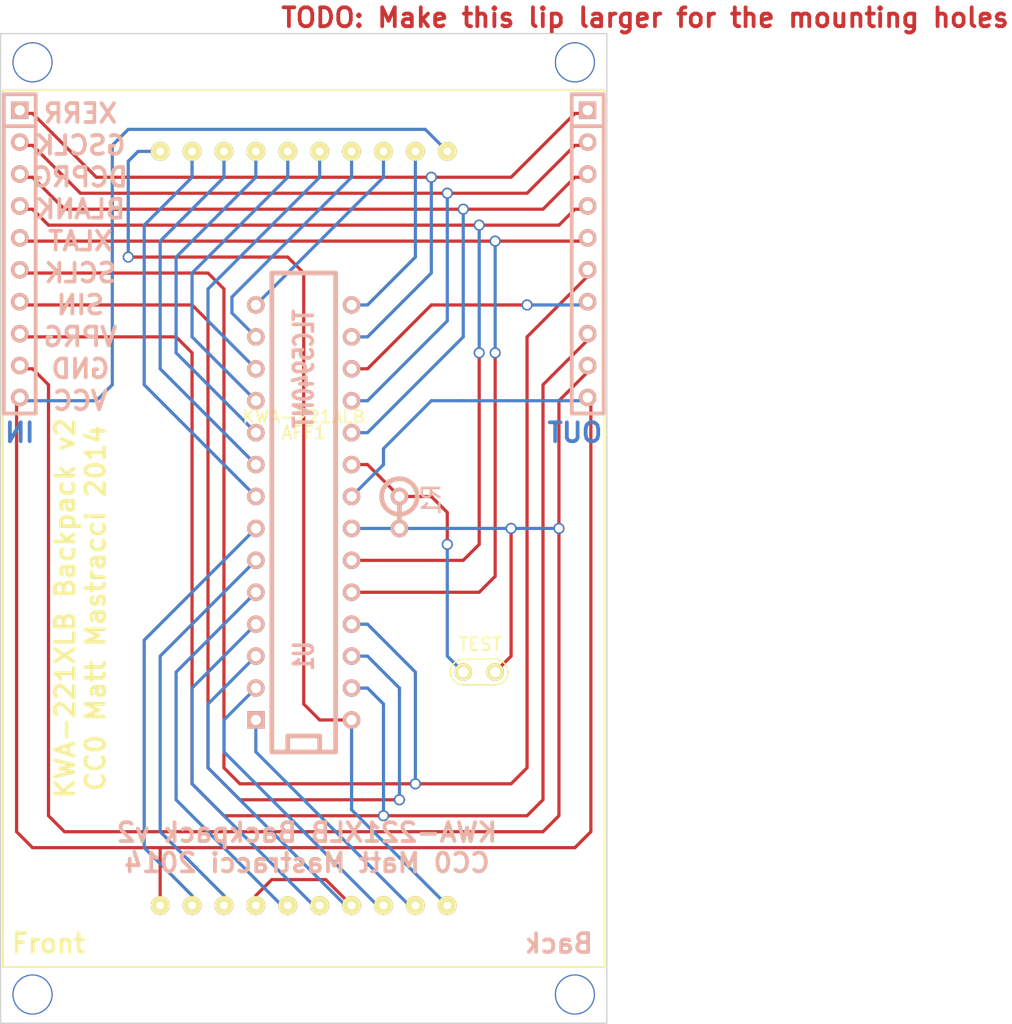
<source format=kicad_pcb>

(kicad_pcb
  (version 3)
  (host pcbnew "(2013-07-07 BZR 4022)-stable")
  (general
    (links 44)
    (no_connects 0)
    (area 39.352858 34.239999 101.357712 113.080001)
    (thickness 1.6)
    (drawings 25)
    (tracks 206)
    (zones 0)
    (modules 10)
    (nets 29))
  (page A3)
  (layers
    (15 F.Cu signal)
    (0 B.Cu signal)
    (16 B.Adhes user)
    (17 F.Adhes user)
    (18 B.Paste user)
    (19 F.Paste user)
    (20 B.SilkS user)
    (21 F.SilkS user)
    (22 B.Mask user)
    (23 F.Mask user)
    (24 Dwgs.User user)
    (25 Cmts.User user)
    (26 Eco1.User user)
    (27 Eco2.User user)
    (28 Edge.Cuts user))
  (setup
    (last_trace_width 0.254)
    (trace_clearance 0.254)
    (zone_clearance 0.508)
    (zone_45_only no)
    (trace_min 0.254)
    (segment_width 0.2)
    (edge_width 0.1)
    (via_size 0.889)
    (via_drill 0.635)
    (via_min_size 0.889)
    (via_min_drill 0.508)
    (uvia_size 0.508)
    (uvia_drill 0.127)
    (uvias_allowed no)
    (uvia_min_size 0.508)
    (uvia_min_drill 0.127)
    (pcb_text_width 0.3)
    (pcb_text_size 1.5 1.5)
    (mod_edge_width 0.15)
    (mod_text_size 1 1)
    (mod_text_width 0.15)
    (pad_size 3.2 3.2)
    (pad_drill 3)
    (pad_to_mask_clearance 0)
    (aux_axis_origin 41.91 29.21)
    (visible_elements 7FFFFFFF)
    (pcbplotparams
      (layerselection 284196865)
      (usegerberextensions true)
      (excludeedgelayer true)
      (linewidth 0.15)
      (plotframeref false)
      (viasonmask false)
      (mode 1)
      (useauxorigin false)
      (hpglpennumber 1)
      (hpglpenspeed 20)
      (hpglpendiameter 15)
      (hpglpenoverlay 2)
      (psnegative false)
      (psa4output false)
      (plotreference false)
      (plotvalue false)
      (plotothertext false)
      (plotinvisibletext false)
      (padsonsilk false)
      (subtractmaskfromsilk false)
      (outputformat 1)
      (mirror false)
      (drillshape 0)
      (scaleselection 1)
      (outputdirectory gerber)))
  (net 0 "")
  (net 1 /BLANK)
  (net 2 /D0)
  (net 3 /D1)
  (net 4 /D10)
  (net 5 /D11)
  (net 6 /D12)
  (net 7 /D13)
  (net 8 /D14)
  (net 9 /D15)
  (net 10 /D2)
  (net 11 /D3)
  (net 12 /D4)
  (net 13 /D5)
  (net 14 /D6)
  (net 15 /D7)
  (net 16 /D8)
  (net 17 /D9)
  (net 18 /DCPRG)
  (net 19 /GSCLK)
  (net 20 /SCLK)
  (net 21 /SIN)
  (net 22 /SOUT)
  (net 23 /VPRG)
  (net 24 /XERR)
  (net 25 /XLAT)
  (net 26 GND)
  (net 27 IREF)
  (net 28 VCC)
  (net_class Default "This is the default net class."
    (clearance 0.254)
    (trace_width 0.254)
    (via_dia 0.889)
    (via_drill 0.635)
    (uvia_dia 0.508)
    (uvia_drill 0.127)
    (add_net "")
    (add_net /BLANK)
    (add_net /D0)
    (add_net /D1)
    (add_net /D10)
    (add_net /D11)
    (add_net /D12)
    (add_net /D13)
    (add_net /D14)
    (add_net /D15)
    (add_net /D2)
    (add_net /D3)
    (add_net /D4)
    (add_net /D5)
    (add_net /D6)
    (add_net /D7)
    (add_net /D8)
    (add_net /D9)
    (add_net /DCPRG)
    (add_net /GSCLK)
    (add_net /SCLK)
    (add_net /SIN)
    (add_net /SOUT)
    (add_net /VPRG)
    (add_net /XERR)
    (add_net /XLAT)
    (add_net GND)
    (add_net IREF)
    (add_net VCC))
  (module DIP-28__300
    (layer B.Cu)
    (tedit 540E6AA7)
    (tstamp 540F1411)
    (at 72.39 72.39 90)
    (descr "28 pins DIL package, round pads, width 300mil")
    (tags DIL)
    (path /540E7CC6)
    (fp_text reference U1
      (at -11.43 0 90)
      (layer B.SilkS)
      (effects
        (font
          (size 1.524 1.143)
          (thickness 0.3048))
        (justify mirror)))
    (fp_text value TLC5940NT
      (at 11.43 0 90)
      (layer B.SilkS)
      (effects
        (font
          (size 1.524 1.143)
          (thickness 0.3048))
        (justify mirror)))
    (fp_line
      (start -19.05 2.54)
      (end 19.05 2.54)
      (layer B.SilkS)
      (width 0.381))
    (fp_line
      (start 19.05 2.54)
      (end 19.05 -2.54)
      (layer B.SilkS)
      (width 0.381))
    (fp_line
      (start 19.05 -2.54)
      (end -19.05 -2.54)
      (layer B.SilkS)
      (width 0.381))
    (fp_line
      (start -19.05 -2.54)
      (end -19.05 2.54)
      (layer B.SilkS)
      (width 0.381))
    (fp_line
      (start -19.05 1.27)
      (end -17.78 1.27)
      (layer B.SilkS)
      (width 0.381))
    (fp_line
      (start -17.78 1.27)
      (end -17.78 -1.27)
      (layer B.SilkS)
      (width 0.381))
    (fp_line
      (start -17.78 -1.27)
      (end -19.05 -1.27)
      (layer B.SilkS)
      (width 0.381))
    (pad 2 thru_hole circle
      (at -13.97 -3.81 90)
      (size 1.397 1.397)
      (drill 0.8128)
      (layers *.Cu *.Mask B.SilkS)
      (net 10 /D2))
    (pad 3 thru_hole circle
      (at -11.43 -3.81 90)
      (size 1.397 1.397)
      (drill 0.8128)
      (layers *.Cu *.Mask B.SilkS)
      (net 11 /D3))
    (pad 4 thru_hole circle
      (at -8.89 -3.81 90)
      (size 1.397 1.397)
      (drill 0.8128)
      (layers *.Cu *.Mask B.SilkS)
      (net 12 /D4))
    (pad 5 thru_hole circle
      (at -6.35 -3.81 90)
      (size 1.397 1.397)
      (drill 0.8128)
      (layers *.Cu *.Mask B.SilkS)
      (net 13 /D5))
    (pad 6 thru_hole circle
      (at -3.81 -3.81 90)
      (size 1.397 1.397)
      (drill 0.8128)
      (layers *.Cu *.Mask B.SilkS)
      (net 14 /D6))
    (pad 7 thru_hole circle
      (at -1.27 -3.81 90)
      (size 1.397 1.397)
      (drill 0.8128)
      (layers *.Cu *.Mask B.SilkS)
      (net 15 /D7))
    (pad 8 thru_hole circle
      (at 1.27 -3.81 90)
      (size 1.397 1.397)
      (drill 0.8128)
      (layers *.Cu *.Mask B.SilkS)
      (net 16 /D8))
    (pad 9 thru_hole circle
      (at 3.81 -3.81 90)
      (size 1.397 1.397)
      (drill 0.8128)
      (layers *.Cu *.Mask B.SilkS)
      (net 17 /D9))
    (pad 10 thru_hole circle
      (at 6.35 -3.81 90)
      (size 1.397 1.397)
      (drill 0.8128)
      (layers *.Cu *.Mask B.SilkS)
      (net 4 /D10))
    (pad 11 thru_hole circle
      (at 8.89 -3.81 90)
      (size 1.397 1.397)
      (drill 0.8128)
      (layers *.Cu *.Mask B.SilkS)
      (net 5 /D11))
    (pad 12 thru_hole circle
      (at 11.43 -3.81 90)
      (size 1.397 1.397)
      (drill 0.8128)
      (layers *.Cu *.Mask B.SilkS)
      (net 6 /D12))
    (pad 13 thru_hole circle
      (at 13.97 -3.81 90)
      (size 1.397 1.397)
      (drill 0.8128)
      (layers *.Cu *.Mask B.SilkS)
      (net 7 /D13))
    (pad 14 thru_hole circle
      (at 16.51 -3.81 90)
      (size 1.397 1.397)
      (drill 0.8128)
      (layers *.Cu *.Mask B.SilkS)
      (net 8 /D14))
    (pad 1 thru_hole rect
      (at -16.51 -3.81 90)
      (size 1.397 1.397)
      (drill 0.8128)
      (layers *.Cu *.Mask B.SilkS)
      (net 3 /D1))
    (pad 15 thru_hole circle
      (at 16.51 3.81 90)
      (size 1.397 1.397)
      (drill 0.8128)
      (layers *.Cu *.Mask B.SilkS)
      (net 9 /D15))
    (pad 16 thru_hole circle
      (at 13.97 3.81 90)
      (size 1.397 1.397)
      (drill 0.8128)
      (layers *.Cu *.Mask B.SilkS)
      (net 24 /XERR))
    (pad 17 thru_hole circle
      (at 11.43 3.81 90)
      (size 1.397 1.397)
      (drill 0.8128)
      (layers *.Cu *.Mask B.SilkS)
      (net 22 /SOUT))
    (pad 18 thru_hole circle
      (at 8.89 3.81 90)
      (size 1.397 1.397)
      (drill 0.8128)
      (layers *.Cu *.Mask B.SilkS)
      (net 19 /GSCLK))
    (pad 19 thru_hole circle
      (at 6.35 3.81 90)
      (size 1.397 1.397)
      (drill 0.8128)
      (layers *.Cu *.Mask B.SilkS)
      (net 18 /DCPRG))
    (pad 20 thru_hole circle
      (at 3.81 3.81 90)
      (size 1.397 1.397)
      (drill 0.8128)
      (layers *.Cu *.Mask B.SilkS)
      (net 27 IREF))
    (pad 21 thru_hole circle
      (at 1.27 3.81 90)
      (size 1.397 1.397)
      (drill 0.8128)
      (layers *.Cu *.Mask B.SilkS)
      (net 28 VCC))
    (pad 22 thru_hole circle
      (at -1.27 3.81 90)
      (size 1.397 1.397)
      (drill 0.8128)
      (layers *.Cu *.Mask B.SilkS)
      (net 26 GND))
    (pad 23 thru_hole circle
      (at -3.81 3.81 90)
      (size 1.397 1.397)
      (drill 0.8128)
      (layers *.Cu *.Mask B.SilkS)
      (net 1 /BLANK))
    (pad 24 thru_hole circle
      (at -6.35 3.81 90)
      (size 1.397 1.397)
      (drill 0.8128)
      (layers *.Cu *.Mask B.SilkS)
      (net 25 /XLAT))
    (pad 25 thru_hole circle
      (at -8.89 3.81 90)
      (size 1.397 1.397)
      (drill 0.8128)
      (layers *.Cu *.Mask B.SilkS)
      (net 20 /SCLK))
    (pad 26 thru_hole circle
      (at -11.43 3.81 90)
      (size 1.397 1.397)
      (drill 0.8128)
      (layers *.Cu *.Mask B.SilkS)
      (net 21 /SIN))
    (pad 27 thru_hole circle
      (at -13.97 3.81 90)
      (size 1.397 1.397)
      (drill 0.8128)
      (layers *.Cu *.Mask B.SilkS)
      (net 23 /VPRG))
    (pad 28 thru_hole circle
      (at -16.51 3.81 90)
      (size 1.397 1.397)
      (drill 0.8128)
      (layers *.Cu *.Mask B.SilkS)
      (net 2 /D0))
    (model dil/dil_28-w300.wrl
      (at
        (xyz 0 0 0))
      (scale
        (xyz 1 1 1))
      (rotate
        (xyz 0 0 0))))
  (module KWA-221
    (layer F.Cu)
    (tedit 540E72EE)
    (tstamp 540E6ABB)
    (at 72.39 73.66)
    (path /540E6CD8)
    (fp_text reference AFF1
      (at 0 -7.62)
      (layer F.SilkS)
      (effects
        (font
          (size 1 1)
          (thickness 0.15))))
    (fp_text value KWA-221ALB
      (at 0 -8.89)
      (layer F.SilkS)
      (effects
        (font
          (size 1 1)
          (thickness 0.15))))
    (fp_line
      (start -23.95 -34.9)
      (end 23.95 -34.9)
      (layer F.SilkS)
      (width 0.15))
    (fp_line
      (start 23.95 -34.9)
      (end 23.95 34.9)
      (layer F.SilkS)
      (width 0.15))
    (fp_line
      (start 23.95 34.9)
      (end -23.95 34.9)
      (layer F.SilkS)
      (width 0.15))
    (fp_line
      (start -23.95 34.9)
      (end -23.95 -34.9)
      (layer F.SilkS)
      (width 0.15))
    (pad 4 thru_hole circle
      (at -3.81 30)
      (size 1.5 1.5)
      (drill 0.6)
      (layers *.Cu *.Mask F.SilkS)
      (net 11 /D3))
    (pad 3 thru_hole circle
      (at -6.35 30)
      (size 1.5 1.5)
      (drill 0.6)
      (layers *.Cu *.Mask F.SilkS)
      (net 14 /D6))
    (pad 2 thru_hole circle
      (at -8.89 30)
      (size 1.5 1.5)
      (drill 0.6)
      (layers *.Cu *.Mask F.SilkS)
      (net 15 /D7))
    (pad 1 thru_hole circle
      (at -11.43 30)
      (size 1.5 1.5)
      (drill 0.6)
      (layers *.Cu *.Mask F.SilkS)
      (net 28 VCC))
    (pad 5 thru_hole circle
      (at -1.27 30)
      (size 1.5 1.5)
      (drill 0.6)
      (layers *.Cu *.Mask F.SilkS)
      (net 13 /D5))
    (pad 6 thru_hole circle
      (at 1.27 30)
      (size 1.5 1.5)
      (drill 0.6)
      (layers *.Cu *.Mask F.SilkS)
      (net 12 /D4))
    (pad 7 thru_hole circle
      (at 3.81 30)
      (size 1.5 1.5)
      (drill 0.6)
      (layers *.Cu *.Mask F.SilkS)
      (net 11 /D3))
    (pad 8 thru_hole circle
      (at 6.35 30)
      (size 1.5 1.5)
      (drill 0.6)
      (layers *.Cu *.Mask F.SilkS)
      (net 10 /D2))
    (pad 9 thru_hole circle
      (at 8.89 30)
      (size 1.5 1.5)
      (drill 0.6)
      (layers *.Cu *.Mask F.SilkS)
      (net 3 /D1))
    (pad 10 thru_hole circle
      (at 11.43 30)
      (size 1.5 1.5)
      (drill 0.6)
      (layers *.Cu *.Mask F.SilkS)
      (net 2 /D0))
    (pad 11 thru_hole circle
      (at 11.43 -30)
      (size 1.5 1.5)
      (drill 0.6)
      (layers *.Cu *.Mask F.SilkS)
      (net 28 VCC))
    (pad 12 thru_hole circle
      (at 8.89 -30)
      (size 1.5 1.5)
      (drill 0.6)
      (layers *.Cu *.Mask F.SilkS)
      (net 9 /D15))
    (pad 13 thru_hole circle
      (at 6.35 -30)
      (size 1.5 1.5)
      (drill 0.6)
      (layers *.Cu *.Mask F.SilkS)
      (net 8 /D14))
    (pad 14 thru_hole circle
      (at 3.81 -30)
      (size 1.5 1.5)
      (drill 0.6)
      (layers *.Cu *.Mask F.SilkS)
      (net 7 /D13))
    (pad 15 thru_hole circle
      (at 1.27 -30)
      (size 1.5 1.5)
      (drill 0.6)
      (layers *.Cu *.Mask F.SilkS)
      (net 6 /D12))
    (pad 16 thru_hole circle
      (at -1.27 -30)
      (size 1.5 1.5)
      (drill 0.6)
      (layers *.Cu *.Mask F.SilkS)
      (net 5 /D11))
    (pad 17 thru_hole circle
      (at -3.81 -30)
      (size 1.5 1.5)
      (drill 0.6)
      (layers *.Cu *.Mask F.SilkS)
      (net 4 /D10))
    (pad 18 thru_hole circle
      (at -6.35 -30)
      (size 1.5 1.5)
      (drill 0.6)
      (layers *.Cu *.Mask F.SilkS)
      (net 17 /D9))
    (pad 19 thru_hole circle
      (at -8.89 -30)
      (size 1.5 1.5)
      (drill 0.6)
      (layers *.Cu *.Mask F.SilkS)
      (net 16 /D8))
    (pad 20 thru_hole circle
      (at -11.43 -30)
      (size 1.5 1.5)
      (drill 0.6)
      (layers *.Cu *.Mask F.SilkS)
      (net 2 /D0)))
  (module R1
    (layer B.Cu)
    (tedit 200000)
    (tstamp 540F1362)
    (at 80.01 72.39 270)
    (descr "Resistance verticale")
    (tags R)
    (path /540F12E1)
    (autoplace_cost90 10)
    (autoplace_cost180 10)
    (fp_text reference R1
      (at -1.016 -2.54 270)
      (layer B.SilkS)
      (effects
        (font
          (size 1.397 1.27)
          (thickness 0.2032))
        (justify mirror)))
    (fp_text value R
      (at -1.143 -2.54 270)
      (layer B.SilkS) hide
      (effects
        (font
          (size 1.397 1.27)
          (thickness 0.2032))
        (justify mirror)))
    (fp_line
      (start -1.27 0)
      (end 1.27 0)
      (layer B.SilkS)
      (width 0.381))
    (fp_circle
      (center -1.27 0)
      (end -0.635 -1.27)
      (layer B.SilkS)
      (width 0.381))
    (pad 1 thru_hole circle
      (at -1.27 0 270)
      (size 1.397 1.397)
      (drill 0.8128)
      (layers *.Cu *.Mask B.SilkS)
      (net 27 IREF))
    (pad 2 thru_hole circle
      (at 1.27 0 270)
      (size 1.397 1.397)
      (drill 0.8128)
      (layers *.Cu *.Mask B.SilkS)
      (net 26 GND))
    (model discret/verti_resistor.wrl
      (at
        (xyz 0 0 0))
      (scale
        (xyz 1 1 1))
      (rotate
        (xyz 0 0 0))))
  (module TEST_POINT_2PADS
    (layer F.Cu)
    (tedit 54399584)
    (tstamp 543ADF26)
    (at 86.36 85.09 180)
    (descr "Connecteurs 2 pins")
    (tags "CONN DEV")
    (path /543992A7)
    (fp_text reference W1
      (at 0.03048 -1.92024 180)
      (layer F.SilkS) hide
      (effects
        (font
          (size 0.762 0.762)
          (thickness 0.1524))))
    (fp_text value TEST
      (at -0.07112 2.2098 180)
      (layer F.SilkS)
      (effects
        (font
          (size 1.016 1.016)
          (thickness 0.1524))))
    (fp_line
      (start 1.27 1.016)
      (end -1.27 1.016)
      (layer F.SilkS)
      (width 0.127))
    (fp_line
      (start 1.27 -1.016)
      (end -1.27 -1.016)
      (layer F.SilkS)
      (width 0.127))
    (fp_arc
      (start 1.27 0)
      (end 2.286 0)
      (angle 90)
      (layer F.SilkS)
      (width 0.127))
    (fp_arc
      (start 1.27 0)
      (end 1.27 -1.016)
      (angle 90)
      (layer F.SilkS)
      (width 0.127))
    (fp_arc
      (start -1.27 0)
      (end -1.27 1.016)
      (angle 90)
      (layer F.SilkS)
      (width 0.127))
    (fp_arc
      (start -1.27 0)
      (end -2.286 0)
      (angle 90)
      (layer F.SilkS)
      (width 0.127))
    (pad 1 thru_hole circle
      (at -1.27 0 180)
      (size 1.397 1.397)
      (drill 0.8128)
      (layers *.Cu *.Mask F.SilkS)
      (net 26 GND))
    (pad 2 thru_hole circle
      (at 1.27 0 180)
      (size 1.397 1.397)
      (drill 0.8128)
      (layers *.Cu *.Mask F.SilkS)
      (net 27 IREF))
    (model connectors\testpoint_2pads.wrl
      (at
        (xyz 0 0 0))
      (scale
        (xyz 1 1 1))
      (rotate
        (xyz 0 0 0))))
  (module 3MM_HOLE
    (layer F.Cu)
    (tedit 5439977C)
    (tstamp 543AE146)
    (at 50.8 36.576)
    (path /5439921E)
    (fp_text reference MH1
      (at 0 0)
      (layer F.SilkS) hide
      (effects
        (font
          (size 1 1)
          (thickness 0.15))))
    (fp_text value MOUNTING_HOLE
      (at 0 1.27)
      (layer F.SilkS) hide
      (effects
        (font
          (size 0.127 0.127)
          (thickness 0.03175))))
    (pad "" thru_hole circle
      (at 0 0)
      (size 3.2 3.2)
      (drill 3)
      (layers *.Cu *.Mask)))
  (module 3MM_HOLE
    (layer F.Cu)
    (tedit 5439977C)
    (tstamp 543AE14B)
    (at 50.8 110.744)
    (path /5439922D)
    (fp_text reference MH3
      (at 0 0)
      (layer F.SilkS) hide
      (effects
        (font
          (size 1 1)
          (thickness 0.15))))
    (fp_text value MOUNTING_HOLE
      (at 0 1.27)
      (layer F.SilkS) hide
      (effects
        (font
          (size 0.127 0.127)
          (thickness 0.03175))))
    (pad "" thru_hole circle
      (at 0 0)
      (size 3.2 3.2)
      (drill 3)
      (layers *.Cu *.Mask)))
  (module 3MM_HOLE
    (layer F.Cu)
    (tedit 5439977C)
    (tstamp 543AE150)
    (at 93.98 110.744)
    (path /54399250)
    (fp_text reference MH4
      (at 0 0)
      (layer F.SilkS) hide
      (effects
        (font
          (size 1 1)
          (thickness 0.15))))
    (fp_text value MOUNTING_HOLE
      (at 0 1.27)
      (layer F.SilkS) hide
      (effects
        (font
          (size 0.127 0.127)
          (thickness 0.03175))))
    (pad "" thru_hole circle
      (at 0 0)
      (size 3.2 3.2)
      (drill 3)
      (layers *.Cu *.Mask)))
  (module 3MM_HOLE
    (layer F.Cu)
    (tedit 5439977C)
    (tstamp 543AE16A)
    (at 93.98 36.576)
    (path /54399269)
    (fp_text reference MH2
      (at 0 0)
      (layer F.SilkS) hide
      (effects
        (font
          (size 1 1)
          (thickness 0.15))))
    (fp_text value MOUNTING_HOLE
      (at 0 1.27)
      (layer F.SilkS) hide
      (effects
        (font
          (size 0.127 0.127)
          (thickness 0.03175))))
    (pad "" thru_hole circle
      (at 0 0)
      (size 3.2 3.2)
      (drill 3)
      (layers *.Cu *.Mask)))
  (module SIL-10
    (layer B.Cu)
    (tedit 543999C9)
    (tstamp 543B5AAB)
    (at 94.996 51.816 270)
    (descr "Connecteur 10 pins")
    (tags "CONN DEV")
    (path /540E5C1D)
    (fp_text reference OUT1
      (at -11.176 -3.556 360)
      (layer B.SilkS) hide
      (effects
        (font
          (size 1.72974 1.08712)
          (thickness 0.27178))
        (justify mirror)))
    (fp_text value ""
      (at 6.35 2.54 270)
      (layer B.SilkS) hide
      (effects
        (font
          (size 1.524 1.016)
          (thickness 0.254))
        (justify mirror)))
    (fp_line
      (start -12.7 -1.27)
      (end -12.7 1.27)
      (layer B.SilkS)
      (width 0.3048))
    (fp_line
      (start -12.7 1.27)
      (end 12.7 1.27)
      (layer B.SilkS)
      (width 0.3048))
    (fp_line
      (start 12.7 1.27)
      (end 12.7 -1.27)
      (layer B.SilkS)
      (width 0.3048))
    (fp_line
      (start 12.7 -1.27)
      (end -12.7 -1.27)
      (layer B.SilkS)
      (width 0.3048))
    (fp_line
      (start -10.16 -1.27)
      (end -10.16 1.27)
      (layer B.SilkS)
      (width 0.3048))
    (pad 1 thru_hole rect
      (at -11.43 0 270)
      (size 1.397 1.397)
      (drill 0.8128)
      (layers *.Cu *.Mask B.SilkS)
      (net 24 /XERR))
    (pad 2 thru_hole circle
      (at -8.89 0 270)
      (size 1.397 1.397)
      (drill 0.8128)
      (layers *.Cu *.Mask B.SilkS)
      (net 19 /GSCLK))
    (pad 3 thru_hole circle
      (at -6.35 0 270)
      (size 1.397 1.397)
      (drill 0.8128)
      (layers *.Cu *.Mask B.SilkS)
      (net 18 /DCPRG))
    (pad 4 thru_hole circle
      (at -3.81 0 270)
      (size 1.397 1.397)
      (drill 0.8128)
      (layers *.Cu *.Mask B.SilkS)
      (net 1 /BLANK))
    (pad 5 thru_hole circle
      (at -1.27 0 270)
      (size 1.397 1.397)
      (drill 0.8128)
      (layers *.Cu *.Mask B.SilkS)
      (net 25 /XLAT))
    (pad 6 thru_hole circle
      (at 1.27 0 270)
      (size 1.397 1.397)
      (drill 0.8128)
      (layers *.Cu *.Mask B.SilkS)
      (net 20 /SCLK))
    (pad 7 thru_hole circle
      (at 3.81 0 270)
      (size 1.397 1.397)
      (drill 0.8128)
      (layers *.Cu *.Mask B.SilkS)
      (net 22 /SOUT))
    (pad 8 thru_hole circle
      (at 6.35 0 270)
      (size 1.397 1.397)
      (drill 0.8128)
      (layers *.Cu *.Mask B.SilkS)
      (net 23 /VPRG))
    (pad 9 thru_hole circle
      (at 8.89 0 270)
      (size 1.397 1.397)
      (drill 0.8128)
      (layers *.Cu *.Mask B.SilkS)
      (net 26 GND))
    (pad 10 thru_hole circle
      (at 11.43 0 270)
      (size 1.397 1.397)
      (drill 0.8128)
      (layers *.Cu *.Mask B.SilkS)
      (net 28 VCC))
    (model pin_array/pins_array_5x1.wrl
      (at
        (xyz 0.25 0 0))
      (scale
        (xyz 1 1 1))
      (rotate
        (xyz 0 0 0)))
    (model pin_array/pins_array_5x1.wrl
      (at
        (xyz -0.25 0 0))
      (scale
        (xyz 1 1 1))
      (rotate
        (xyz 0 0 0))))
  (module SIL-10
    (layer B.Cu)
    (tedit 543999D2)
    (tstamp 543B5ABE)
    (at 49.784 51.816 270)
    (descr "Connecteur 10 pins")
    (tags "CONN DEV")
    (path /540E5D54)
    (fp_text reference IN1
      (at -11.176 3.048 360)
      (layer B.SilkS) hide
      (effects
        (font
          (size 1.72974 1.08712)
          (thickness 0.27178))
        (justify mirror)))
    (fp_text value ""
      (at 6.35 2.54 270)
      (layer B.SilkS) hide
      (effects
        (font
          (size 1.524 1.016)
          (thickness 0.254))
        (justify mirror)))
    (fp_line
      (start -12.7 -1.27)
      (end -12.7 1.27)
      (layer B.SilkS)
      (width 0.3048))
    (fp_line
      (start -12.7 1.27)
      (end 12.7 1.27)
      (layer B.SilkS)
      (width 0.3048))
    (fp_line
      (start 12.7 1.27)
      (end 12.7 -1.27)
      (layer B.SilkS)
      (width 0.3048))
    (fp_line
      (start 12.7 -1.27)
      (end -12.7 -1.27)
      (layer B.SilkS)
      (width 0.3048))
    (fp_line
      (start -10.16 -1.27)
      (end -10.16 1.27)
      (layer B.SilkS)
      (width 0.3048))
    (pad 1 thru_hole rect
      (at -11.43 0 270)
      (size 1.397 1.397)
      (drill 0.8128)
      (layers *.Cu *.Mask B.SilkS)
      (net 24 /XERR))
    (pad 2 thru_hole circle
      (at -8.89 0 270)
      (size 1.397 1.397)
      (drill 0.8128)
      (layers *.Cu *.Mask B.SilkS)
      (net 19 /GSCLK))
    (pad 3 thru_hole circle
      (at -6.35 0 270)
      (size 1.397 1.397)
      (drill 0.8128)
      (layers *.Cu *.Mask B.SilkS)
      (net 18 /DCPRG))
    (pad 4 thru_hole circle
      (at -3.81 0 270)
      (size 1.397 1.397)
      (drill 0.8128)
      (layers *.Cu *.Mask B.SilkS)
      (net 1 /BLANK))
    (pad 5 thru_hole circle
      (at -1.27 0 270)
      (size 1.397 1.397)
      (drill 0.8128)
      (layers *.Cu *.Mask B.SilkS)
      (net 25 /XLAT))
    (pad 6 thru_hole circle
      (at 1.27 0 270)
      (size 1.397 1.397)
      (drill 0.8128)
      (layers *.Cu *.Mask B.SilkS)
      (net 20 /SCLK))
    (pad 7 thru_hole circle
      (at 3.81 0 270)
      (size 1.397 1.397)
      (drill 0.8128)
      (layers *.Cu *.Mask B.SilkS)
      (net 21 /SIN))
    (pad 8 thru_hole circle
      (at 6.35 0 270)
      (size 1.397 1.397)
      (drill 0.8128)
      (layers *.Cu *.Mask B.SilkS)
      (net 23 /VPRG))
    (pad 9 thru_hole circle
      (at 8.89 0 270)
      (size 1.397 1.397)
      (drill 0.8128)
      (layers *.Cu *.Mask B.SilkS)
      (net 26 GND))
    (pad 10 thru_hole circle
      (at 11.43 0 270)
      (size 1.397 1.397)
      (drill 0.8128)
      (layers *.Cu *.Mask B.SilkS)
      (net 28 VCC))
    (model pin_array/pins_array_5x1.wrl
      (at
        (xyz -0.25 0 0))
      (scale
        (xyz 1 1 1))
      (rotate
        (xyz 0 0 0)))
    (model pin_array/pins_array_5x1.wrl
      (at
        (xyz 0.25 0 0))
      (scale
        (xyz 1 1 1))
      (rotate
        (xyz 0 0 0))))
  (gr_text "TODO: Make this lip larger for the mounting holes"
    (at 99.568 33.02)
    (layer F.Cu)
    (effects
      (font
        (size 1.5 1.5)
        (thickness 0.3))))
  (gr_text XERR
    (at 54.61 40.64)
    (layer B.SilkS)
    (effects
      (font
        (size 1.5 1.5)
        (thickness 0.3))
      (justify mirror)))
  (gr_text GSCLK
    (at 54.61 43.18)
    (layer B.SilkS)
    (effects
      (font
        (size 1.5 1.5)
        (thickness 0.3))
      (justify mirror)))
  (gr_text DCPRG
    (at 54.61 45.72)
    (layer B.SilkS)
    (effects
      (font
        (size 1.5 1.5)
        (thickness 0.3))
      (justify mirror)))
  (gr_text BLANK
    (at 54.61 48.26)
    (layer B.SilkS)
    (effects
      (font
        (size 1.5 1.5)
        (thickness 0.3))
      (justify mirror)))
  (gr_text XLAT
    (at 54.61 50.8)
    (layer B.SilkS)
    (effects
      (font
        (size 1.5 1.5)
        (thickness 0.3))
      (justify mirror)))
  (gr_text SCLK
    (at 54.61 53.34)
    (layer B.SilkS)
    (effects
      (font
        (size 1.5 1.5)
        (thickness 0.3))
      (justify mirror)))
  (gr_text SIN
    (at 54.61 55.88)
    (layer B.SilkS)
    (effects
      (font
        (size 1.5 1.5)
        (thickness 0.3))
      (justify mirror)))
  (gr_text VPRG
    (at 54.61 58.42)
    (layer B.SilkS)
    (effects
      (font
        (size 1.5 1.5)
        (thickness 0.3))
      (justify mirror)))
  (gr_text GND
    (at 54.61 60.96)
    (layer B.SilkS)
    (effects
      (font
        (size 1.5 1.5)
        (thickness 0.3))
      (justify mirror)))
  (gr_text VCC
    (at 54.61 63.5)
    (layer B.SilkS)
    (effects
      (font
        (size 1.5 1.5)
        (thickness 0.3))
      (justify mirror)))
  (gr_text OUT
    (at 93.98 66.04)
    (layer B.Cu)
    (effects
      (font
        (size 1.5 1.5)
        (thickness 0.3))
      (justify mirror)))
  (gr_text IN
    (at 49.784 66.04)
    (layer B.Cu)
    (effects
      (font
        (size 1.5 1.5)
        (thickness 0.3))
      (justify mirror)))
  (gr_text "KWA-221XLB Backpack v2\nCC0 Matt Mastracci 2014"
    (at 72.644 99.06)
    (layer B.SilkS)
    (effects
      (font
        (size 1.5 1.5)
        (thickness 0.3))
      (justify mirror)))
  (gr_text Back
    (at 92.71 106.68)
    (layer B.SilkS)
    (effects
      (font
        (size 1.5 1.5)
        (thickness 0.3))
      (justify mirror)))
  (gr_text Front
    (at 52.07 106.68)
    (layer F.SilkS)
    (effects
      (font
        (size 1.5 1.5)
        (thickness 0.3))))
  (gr_text "KWA-221XLB Backpack v2\nCC0 Matt Mastracci 2014"
    (at 54.61 80.01 90)
    (layer F.SilkS)
    (effects
      (font
        (size 1.5 1.5)
        (thickness 0.3))))
  (gr_line
    (start 96.52 34.29)
    (end 96.52 38.1)
    (angle 90)
    (layer Edge.Cuts)
    (width 0.1))
  (gr_line
    (start 48.26 34.29)
    (end 96.52 34.29)
    (angle 90)
    (layer Edge.Cuts)
    (width 0.1))
  (gr_line
    (start 48.26 38.1)
    (end 48.26 34.29)
    (angle 90)
    (layer Edge.Cuts)
    (width 0.1))
  (gr_line
    (start 96.52 113.03)
    (end 96.52 109.22)
    (angle 90)
    (layer Edge.Cuts)
    (width 0.1))
  (gr_line
    (start 48.26 113.03)
    (end 96.52 113.03)
    (angle 90)
    (layer Edge.Cuts)
    (width 0.1))
  (gr_line
    (start 48.26 109.22)
    (end 48.26 113.03)
    (angle 90)
    (layer Edge.Cuts)
    (width 0.1))
  (gr_line
    (start 96.52 109.22)
    (end 96.52 38.1)
    (angle 90)
    (layer Edge.Cuts)
    (width 0.1))
  (gr_line
    (start 48.26 38.1)
    (end 48.26 109.22)
    (angle 90)
    (layer Edge.Cuts)
    (width 0.1))
  (via
    (at 86.36 59.69)
    (size 0.889)
    (layers F.Cu B.Cu)
    (net 1))
  (via
    (at 86.36 49.53)
    (size 0.889)
    (layers F.Cu B.Cu)
    (net 1))
  (via
    (at 58.42 52.07)
    (size 0.889)
    (layers F.Cu B.Cu)
    (net 2))
  (via
    (at 85.09 48.26)
    (size 0.889)
    (layers F.Cu B.Cu)
    (net 18))
  (via
    (at 83.82 46.99)
    (size 0.889)
    (layers F.Cu B.Cu)
    (net 19))
  (via
    (at 81.28 93.98)
    (size 0.889)
    (layers F.Cu B.Cu)
    (net 20))
  (via
    (at 80.01 95.25)
    (size 0.889)
    (layers F.Cu B.Cu)
    (net 21))
  (via
    (at 90.17 55.88)
    (size 0.889)
    (layers F.Cu B.Cu)
    (net 22))
  (via
    (at 78.74 96.52)
    (size 0.889)
    (layers F.Cu B.Cu)
    (net 23))
  (via
    (at 82.55 45.72)
    (size 0.889)
    (layers F.Cu B.Cu)
    (net 24))
  (via
    (at 87.63 50.8)
    (size 0.889)
    (layers F.Cu B.Cu)
    (net 25))
  (via
    (at 87.63 59.69)
    (size 0.889)
    (layers F.Cu B.Cu)
    (net 25))
  (via
    (at 88.9 73.66)
    (size 0.889)
    (layers F.Cu B.Cu)
    (net 26))
  (via
    (at 92.71 73.66)
    (size 0.889)
    (layers F.Cu B.Cu)
    (net 26))
  (via
    (at 83.82 74.93)
    (size 0.889)
    (layers F.Cu B.Cu)
    (net 27))
  (segment
    (start 76.2 76.2)
    (end 85.09 76.2)
    (width 0.254)
    (layer F.Cu)
    (net 1)
    (tstamp 540F7D5E)
    (status 10))
  (segment
    (start 86.36 74.93)
    (end 85.09 76.2)
    (width 0.254)
    (layer F.Cu)
    (net 1)
    (tstamp 540F7D5D))
  (segment
    (start 86.36 74.93)
    (end 86.36 59.69)
    (width 0.254)
    (layer F.Cu)
    (net 1)
    (tstamp 540F7D5C))
  (segment
    (start 93.98 48.26)
    (end 95.25 48.26)
    (width 0.254)
    (layer F.Cu)
    (net 1)
    (tstamp 540F7ACD)
    (status 20))
  (segment
    (start 52.07 49.53)
    (end 50.8 48.26)
    (width 0.254)
    (layer F.Cu)
    (net 1))
  (segment
    (start 50.8 48.26)
    (end 49.53 48.26)
    (width 0.254)
    (layer F.Cu)
    (net 1)
    (tstamp 54109700.0)
    (status 20))
  (segment
    (start 86.36 59.69)
    (end 86.36 49.53)
    (width 0.254)
    (layer B.Cu)
    (net 1)
    (tstamp 540F7D59))
  (segment
    (start 86.36 49.53)
    (end 92.71 49.53)
    (width 0.254)
    (layer F.Cu)
    (net 1)
    (tstamp 540F7D10))
  (segment
    (start 52.07 49.53)
    (end 86.36 49.53)
    (width 0.254)
    (layer F.Cu)
    (net 1)
    (tstamp 541097.0))
  (segment
    (start 92.71 49.53)
    (end 93.98 48.26)
    (width 0.254)
    (layer F.Cu)
    (net 1)
    (tstamp 540F7ACB))
  (segment
    (start 76.2 88.9)
    (end 73.66 88.9)
    (width 0.254)
    (layer F.Cu)
    (net 2)
    (status 10))
  (segment
    (start 59.21 43.66)
    (end 60.96 43.66)
    (width 0.254)
    (layer B.Cu)
    (net 2)
    (tstamp 540F7BE4)
    (status 20))
  (segment
    (start 58.42 44.45)
    (end 59.21 43.66)
    (width 0.254)
    (layer B.Cu)
    (net 2)
    (tstamp 540F7BE3))
  (segment
    (start 73.66 88.9)
    (end 72.39 87.63)
    (width 0.254)
    (layer F.Cu)
    (net 2)
    (tstamp 540F7BC6))
  (segment
    (start 76.2 88.9)
    (end 76.2 96.04)
    (width 0.254)
    (layer B.Cu)
    (net 2)
    (tstamp inf)
    (status 10))
  (segment
    (start 76.2 96.04)
    (end 83.82 103.66)
    (width 0.254)
    (layer B.Cu)
    (net 2)
    (tstamp 540E7DF4)
    (status 20))
  (segment
    (start 72.39 87.63)
    (end 72.39 53.34)
    (width 0.254)
    (layer F.Cu)
    (net 2)
    (tstamp 540F7BCB))
  (segment
    (start 58.42 52.07)
    (end 58.42 44.45)
    (width 0.254)
    (layer B.Cu)
    (net 2)
    (tstamp 540F7BE2))
  (segment
    (start 71.12 52.07)
    (end 58.42 52.07)
    (width 0.254)
    (layer F.Cu)
    (net 2)
    (tstamp 540F7BD1))
  (segment
    (start 72.39 53.34)
    (end 71.12 52.07)
    (width 0.254)
    (layer F.Cu)
    (net 2)
    (tstamp 540F7BCF))
  (segment
    (start 81.28 103.66)
    (end 80.8 103.66)
    (width 0.254)
    (layer B.Cu)
    (net 3)
    (status 30))
  (segment
    (start 68.58 91.44)
    (end 68.58 88.9)
    (width 0.254)
    (layer B.Cu)
    (net 3)
    (tstamp 540E871D)
    (status 20))
  (segment
    (start 80.8 103.66)
    (end 68.58 91.44)
    (width 0.254)
    (layer B.Cu)
    (net 3)
    (tstamp 540E871A)
    (status 10))
  (segment
    (start 62.23 52.07)
    (end 68.58 45.72)
    (width 0.254)
    (layer B.Cu)
    (net 4))
  (segment
    (start 68.58 66.04)
    (end 62.23 59.69)
    (width 0.254)
    (layer B.Cu)
    (net 4)
    (status 10))
  (segment
    (start 68.58 45.72)
    (end 68.58 43.66)
    (width 0.254)
    (layer B.Cu)
    (net 4)
    (tstamp 540F7687)
    (status 20))
  (segment
    (start 62.23 59.69)
    (end 62.23 52.07)
    (width 0.254)
    (layer B.Cu)
    (net 4)
    (tstamp 540F767E))
  (segment
    (start 63.5 53.34)
    (end 71.12 45.72)
    (width 0.254)
    (layer B.Cu)
    (net 5))
  (segment
    (start 68.58 63.5)
    (end 63.5 58.42)
    (width 0.254)
    (layer B.Cu)
    (net 5)
    (status 10))
  (segment
    (start 71.12 45.72)
    (end 71.12 43.66)
    (width 0.254)
    (layer B.Cu)
    (net 5)
    (tstamp 541099A0)
    (status 20))
  (segment
    (start 63.5 58.42)
    (end 63.5 53.34)
    (width 0.254)
    (layer B.Cu)
    (net 5)
    (tstamp 540F765B))
  (segment
    (start 64.77 54.61)
    (end 73.66 45.72)
    (width 0.254)
    (layer B.Cu)
    (net 6))
  (segment
    (start 68.58 60.96)
    (end 64.77 57.15)
    (width 0.254)
    (layer B.Cu)
    (net 6)
    (status 10))
  (segment
    (start 73.66 45.72)
    (end 73.66 43.66)
    (width 0.254)
    (layer B.Cu)
    (net 6)
    (tstamp 541099A8)
    (status 20))
  (segment
    (start 64.77 57.15)
    (end 64.77 54.61)
    (width 0.254)
    (layer B.Cu)
    (net 6)
    (tstamp 540F7624))
  (segment
    (start 66.675 56.515)
    (end 66.675 55.245)
    (width 0.254)
    (layer B.Cu)
    (net 7))
  (segment
    (start 66.675 55.245)
    (end 76.2 45.72)
    (width 0.254)
    (layer B.Cu)
    (net 7)
    (tstamp 541099B6))
  (segment
    (start 68.58 58.42)
    (end 66.675 56.515)
    (width 0.254)
    (layer B.Cu)
    (net 7)
    (status 10))
  (segment
    (start 76.2 45.72)
    (end 76.2 43.66)
    (width 0.254)
    (layer B.Cu)
    (net 7)
    (tstamp 541099C4)
    (status 20))
  (segment
    (start 68.58 55.88)
    (end 78.74 45.72)
    (width 0.254)
    (layer B.Cu)
    (net 8)
    (status 10))
  (segment
    (start 78.74 43.66)
    (end 78.74 45.72)
    (width 0.254)
    (layer B.Cu)
    (net 8)
    (status 10))
  (segment
    (start 76.2 55.88)
    (end 77.47 55.88)
    (width 0.254)
    (layer B.Cu)
    (net 9)
    (status 10))
  (segment
    (start 81.28 52.07)
    (end 81.28 43.66)
    (width 0.254)
    (layer B.Cu)
    (net 9)
    (tstamp 5410992D)
    (status 20))
  (segment
    (start 77.47 55.88)
    (end 81.28 52.07)
    (width 0.254)
    (layer B.Cu)
    (net 9)
    (tstamp 54109929))
  (segment
    (start 78.74 103.66)
    (end 78.26 103.66)
    (width 0.254)
    (layer B.Cu)
    (net 10)
    (status 30))
  (segment
    (start 66.04 88.9)
    (end 68.58 86.36)
    (width 0.254)
    (layer B.Cu)
    (net 10)
    (tstamp inf)
    (status 20))
  (segment
    (start 66.04 91.44)
    (end 66.04 88.9)
    (width 0.254)
    (layer B.Cu)
    (net 10)
    (tstamp inf))
  (segment
    (start 78.26 103.66)
    (end 66.04 91.44)
    (width 0.254)
    (layer B.Cu)
    (net 10)
    (tstamp inf)
    (status 10))
  (segment
    (start 68.58 103.66)
    (end 68.58 102.87)
    (width 0.254)
    (layer F.Cu)
    (net 11)
    (status 10))
  (segment
    (start 74.14 101.6)
    (end 76.2 103.66)
    (width 0.254)
    (layer F.Cu)
    (net 11)
    (tstamp 540F7A04)
    (status 20))
  (segment
    (start 69.85 101.6)
    (end 74.14 101.6)
    (width 0.254)
    (layer F.Cu)
    (net 11)
    (tstamp 540F7A01))
  (segment
    (start 68.58 102.87)
    (end 69.85 101.6)
    (width 0.254)
    (layer F.Cu)
    (net 11)
    (tstamp 540F7A00))
  (segment
    (start 76.2 103.66)
    (end 75.72 103.66)
    (width 0.254)
    (layer B.Cu)
    (net 11)
    (status 30))
  (segment
    (start 64.77 87.63)
    (end 68.58 83.82)
    (width 0.254)
    (layer B.Cu)
    (net 11)
    (tstamp 540E872D)
    (status 20))
  (segment
    (start 64.77 92.71)
    (end 64.77 87.63)
    (width 0.254)
    (layer B.Cu)
    (net 11)
    (tstamp 540E872A))
  (segment
    (start 75.72 103.66)
    (end 64.77 92.71)
    (width 0.254)
    (layer B.Cu)
    (net 11)
    (tstamp inf)
    (status 10))
  (segment
    (start 73.66 103.66)
    (end 73.18 103.66)
    (width 0.254)
    (layer B.Cu)
    (net 12)
    (status 30))
  (segment
    (start 63.5 86.36)
    (end 68.58 81.28)
    (width 0.254)
    (layer B.Cu)
    (net 12)
    (tstamp inf)
    (status 20))
  (segment
    (start 63.5 93.98)
    (end 63.5 86.36)
    (width 0.254)
    (layer B.Cu)
    (net 12)
    (tstamp inf))
  (segment
    (start 73.18 103.66)
    (end 63.5 93.98)
    (width 0.254)
    (layer B.Cu)
    (net 12)
    (tstamp inf)
    (status 10))
  (segment
    (start 71.12 103.66)
    (end 70.64 103.66)
    (width 0.254)
    (layer B.Cu)
    (net 13)
    (status 30))
  (segment
    (start 62.23 85.09)
    (end 68.58 78.74)
    (width 0.254)
    (layer B.Cu)
    (net 13)
    (tstamp 540E873B)
    (status 20))
  (segment
    (start 62.23 95.25)
    (end 62.23 85.09)
    (width 0.254)
    (layer B.Cu)
    (net 13)
    (tstamp inf))
  (segment
    (start 70.64 103.66)
    (end 62.23 95.25)
    (width 0.254)
    (layer B.Cu)
    (net 13)
    (tstamp inf)
    (status 10))
  (segment
    (start 66.04 103.66)
    (end 66.04 102.87)
    (width 0.254)
    (layer B.Cu)
    (net 14))
  (segment
    (start 60.96 97.79)
    (end 60.96 95.25)
    (width 0.254)
    (layer B.Cu)
    (net 14)
    (tstamp 54109A87))
  (segment
    (start 60.96 83.82)
    (end 68.58 76.2)
    (width 0.254)
    (layer B.Cu)
    (net 14)
    (tstamp inf)
    (status 20))
  (segment
    (start 60.96 95.25)
    (end 60.96 83.82)
    (width 0.254)
    (layer B.Cu)
    (net 14)
    (tstamp inf))
  (segment
    (start 66.04 102.87)
    (end 60.96 97.79)
    (width 0.254)
    (layer B.Cu)
    (net 14)
    (tstamp 54109A86))
  (segment
    (start 63.5 103.66)
    (end 63.5 102.87)
    (width 0.254)
    (layer B.Cu)
    (net 15))
  (segment
    (start 59.69 99.06)
    (end 59.69 95.25)
    (width 0.254)
    (layer B.Cu)
    (net 15)
    (tstamp 54109A82))
  (segment
    (start 63.5 102.87)
    (end 59.69 99.06)
    (width 0.254)
    (layer B.Cu)
    (net 15)
    (tstamp 54109A7B))
  (segment
    (start 59.69 82.55)
    (end 68.58 73.66)
    (width 0.254)
    (layer B.Cu)
    (net 15)
    (status 20))
  (segment
    (start 59.69 95.25)
    (end 59.69 82.55)
    (width 0.254)
    (layer B.Cu)
    (net 15)
    (tstamp 540E874F))
  (segment
    (start 68.58 71.12)
    (end 59.69 62.23)
    (width 0.254)
    (layer B.Cu)
    (net 16)
    (status 10))
  (segment
    (start 63.5 45.72)
    (end 63.5 43.66)
    (width 0.254)
    (layer B.Cu)
    (net 16)
    (tstamp 540F76A3)
    (status 20))
  (segment
    (start 59.69 49.53)
    (end 63.5 45.72)
    (width 0.254)
    (layer B.Cu)
    (net 16)
    (tstamp 540F76A2))
  (segment
    (start 59.69 62.23)
    (end 59.69 49.53)
    (width 0.254)
    (layer B.Cu)
    (net 16)
    (tstamp 540F769A))
  (segment
    (start 60.96 50.8)
    (end 66.04 45.72)
    (width 0.254)
    (layer B.Cu)
    (net 17))
  (segment
    (start 66.04 45.72)
    (end 66.04 43.66)
    (width 0.254)
    (layer B.Cu)
    (net 17)
    (tstamp 5410997D)
    (status 20))
  (segment
    (start 68.58 68.58)
    (end 60.96 60.96)
    (width 0.254)
    (layer B.Cu)
    (net 17)
    (status 10))
  (segment
    (start 60.96 60.96)
    (end 60.96 50.8)
    (width 0.254)
    (layer B.Cu)
    (net 17)
    (tstamp 540F768B))
  (segment
    (start 76.2 66.04)
    (end 77.47 66.04)
    (width 0.254)
    (layer B.Cu)
    (net 18)
    (status 10))
  (segment
    (start 77.47 66.04)
    (end 85.09 58.42)
    (width 0.254)
    (layer B.Cu)
    (net 18)
    (tstamp 54109907))
  (segment
    (start 85.09 58.42)
    (end 85.09 48.26)
    (width 0.254)
    (layer B.Cu)
    (net 18)
    (tstamp 5410990B))
  (segment
    (start 85.09 48.26)
    (end 91.44 48.26)
    (width 0.254)
    (layer F.Cu)
    (net 18)
    (tstamp 540F7CEF))
  (segment
    (start 93.98 45.72)
    (end 95.25 45.72)
    (width 0.254)
    (layer F.Cu)
    (net 18)
    (tstamp 540F7AD4)
    (status 20))
  (segment
    (start 91.44 48.26)
    (end 93.98 45.72)
    (width 0.254)
    (layer F.Cu)
    (net 18)
    (tstamp 540F7AD2))
  (segment
    (start 53.34 48.26)
    (end 50.8 45.72)
    (width 0.254)
    (layer F.Cu)
    (net 18))
  (segment
    (start 50.8 45.72)
    (end 49.53 45.72)
    (width 0.254)
    (layer F.Cu)
    (net 18)
    (tstamp 541097DD)
    (status 20))
  (segment
    (start 53.34 48.26)
    (end 85.09 48.26)
    (width 0.254)
    (layer F.Cu)
    (net 18)
    (tstamp 541097DB))
  (segment
    (start 76.2 63.5)
    (end 77.47 63.5)
    (width 0.254)
    (layer B.Cu)
    (net 19)
    (tstamp 540F7CE7)
    (status 10))
  (segment
    (start 83.82 57.15)
    (end 77.47 63.5)
    (width 0.254)
    (layer B.Cu)
    (net 19)
    (tstamp 540F7CE6))
  (segment
    (start 93.98 43.18)
    (end 95.25 43.18)
    (width 0.254)
    (layer F.Cu)
    (net 19)
    (tstamp 541097C0)
    (status 20))
  (segment
    (start 54.61 46.99)
    (end 50.8 43.18)
    (width 0.254)
    (layer F.Cu)
    (net 19))
  (segment
    (start 50.8 43.18)
    (end 49.53 43.18)
    (width 0.254)
    (layer F.Cu)
    (net 19)
    (tstamp 541097D8)
    (status 20))
  (segment
    (start 83.82 57.15)
    (end 83.82 46.99)
    (width 0.254)
    (layer B.Cu)
    (net 19)
    (tstamp 540F7CE5))
  (segment
    (start 54.61 46.99)
    (end 83.82 46.99)
    (width 0.254)
    (layer F.Cu)
    (net 19)
    (tstamp 541097D6))
  (segment
    (start 90.17 46.99)
    (end 93.98 43.18)
    (width 0.254)
    (layer F.Cu)
    (net 19))
  (segment
    (start 83.82 46.99)
    (end 90.17 46.99)
    (width 0.254)
    (layer F.Cu)
    (net 19)
    (tstamp 540F7AD9))
  (segment
    (start 76.2 81.28)
    (end 77.47 81.28)
    (width 0.254)
    (layer B.Cu)
    (net 20)
    (tstamp 540F7C9E)
    (status 10))
  (segment
    (start 81.28 85.09)
    (end 77.47 81.28)
    (width 0.254)
    (layer B.Cu)
    (net 20)
    (tstamp 540F7C9D))
  (segment
    (start 81.28 85.09)
    (end 81.28 93.98)
    (width 0.254)
    (layer B.Cu)
    (net 20)
    (tstamp 540F7C9C))
  (segment
    (start 67.31 93.98)
    (end 81.28 93.98)
    (width 0.254)
    (layer F.Cu)
    (net 20)
    (tstamp 540F7C1F))
  (segment
    (start 66.04 92.71)
    (end 67.31 93.98)
    (width 0.254)
    (layer F.Cu)
    (net 20)
    (tstamp 540F7C19))
  (segment
    (start 66.04 54.61)
    (end 66.04 92.71)
    (width 0.254)
    (layer F.Cu)
    (net 20)
    (tstamp 540F7C18))
  (segment
    (start 81.28 93.98)
    (end 88.9 93.98)
    (width 0.254)
    (layer F.Cu)
    (net 20))
  (segment
    (start 90.17 58.42)
    (end 95.25 53.34)
    (width 0.254)
    (layer F.Cu)
    (net 20)
    (tstamp 540F7CC8)
    (status 20))
  (segment
    (start 90.17 92.71)
    (end 90.17 58.42)
    (width 0.254)
    (layer F.Cu)
    (net 20)
    (tstamp 540F7CBF))
  (segment
    (start 88.9 93.98)
    (end 90.17 92.71)
    (width 0.254)
    (layer F.Cu)
    (net 20)
    (tstamp 540F7CBD))
  (segment
    (start 49.53 53.34)
    (end 64.77 53.34)
    (width 0.254)
    (layer F.Cu)
    (net 20)
    (status 10))
  (segment
    (start 64.77 53.34)
    (end 66.04 54.61)
    (width 0.254)
    (layer F.Cu)
    (net 20)
    (tstamp 540F7C09))
  (segment
    (start 49.53 55.88)
    (end 63.5 55.88)
    (width 0.254)
    (layer F.Cu)
    (net 21)
    (status 10))
  (segment
    (start 63.5 55.88)
    (end 64.77 57.15)
    (width 0.254)
    (layer F.Cu)
    (net 21)
    (tstamp 540F7C40))
  (segment
    (start 64.77 57.15)
    (end 64.77 92.71)
    (width 0.254)
    (layer F.Cu)
    (net 21)
    (tstamp 540F7C43))
  (segment
    (start 76.2 83.82)
    (end 77.47 83.82)
    (width 0.254)
    (layer B.Cu)
    (net 21)
    (tstamp 540F7C95)
    (status 10))
  (segment
    (start 80.01 86.36)
    (end 77.47 83.82)
    (width 0.254)
    (layer B.Cu)
    (net 21)
    (tstamp 540F7C94))
  (segment
    (start 80.01 86.36)
    (end 80.01 95.25)
    (width 0.254)
    (layer B.Cu)
    (net 21)
    (tstamp 540F7C93))
  (segment
    (start 67.31 95.25)
    (end 80.01 95.25)
    (width 0.254)
    (layer F.Cu)
    (net 21)
    (tstamp 540F7C46))
  (segment
    (start 64.77 92.71)
    (end 67.31 95.25)
    (width 0.254)
    (layer F.Cu)
    (net 21)
    (tstamp 540F7C44))
  (segment
    (start 90.17 55.88)
    (end 95.25 55.88)
    (width 0.254)
    (layer B.Cu)
    (net 22)
    (tstamp 540F7D09)
    (status 20))
  (segment
    (start 76.2 60.96)
    (end 77.47 60.96)
    (width 0.254)
    (layer F.Cu)
    (net 22)
    (status 10))
  (segment
    (start 77.47 60.96)
    (end 82.55 55.88)
    (width 0.254)
    (layer F.Cu)
    (net 22)
    (tstamp 54109922))
  (segment
    (start 82.55 55.88)
    (end 90.17 55.88)
    (width 0.254)
    (layer F.Cu)
    (net 22)
    (tstamp 54109927))
  (segment
    (start 49.53 58.42)
    (end 62.23 58.42)
    (width 0.254)
    (layer F.Cu)
    (net 23)
    (status 10))
  (segment
    (start 78.74 96.52)
    (end 90.17 96.52)
    (width 0.254)
    (layer F.Cu)
    (net 23))
  (segment
    (start 91.44 62.23)
    (end 95.25 58.42)
    (width 0.254)
    (layer F.Cu)
    (net 23)
    (tstamp 540F7CAD)
    (status 20))
  (segment
    (start 91.44 95.25)
    (end 91.44 62.23)
    (width 0.254)
    (layer F.Cu)
    (net 23)
    (tstamp 540F7CAB))
  (segment
    (start 90.17 96.52)
    (end 91.44 95.25)
    (width 0.254)
    (layer F.Cu)
    (net 23)
    (tstamp 540F7CA8))
  (segment
    (start 78.74 87.63)
    (end 78.74 96.52)
    (width 0.254)
    (layer B.Cu)
    (net 23)
    (tstamp 540F7C88))
  (segment
    (start 66.04 96.52)
    (end 78.74 96.52)
    (width 0.254)
    (layer F.Cu)
    (net 23)
    (tstamp 540F7C53))
  (segment
    (start 63.5 93.98)
    (end 66.04 96.52)
    (width 0.254)
    (layer F.Cu)
    (net 23)
    (tstamp 540F7C51))
  (segment
    (start 78.74 87.63)
    (end 77.47 86.36)
    (width 0.254)
    (layer B.Cu)
    (net 23)
    (tstamp 540F7C89))
  (segment
    (start 63.5 59.69)
    (end 63.5 93.98)
    (width 0.254)
    (layer F.Cu)
    (net 23)
    (tstamp 540F7C50))
  (segment
    (start 62.23 58.42)
    (end 63.5 59.69)
    (width 0.254)
    (layer F.Cu)
    (net 23)
    (tstamp 540F7C4E))
  (segment
    (start 76.2 86.36)
    (end 77.47 86.36)
    (width 0.254)
    (layer B.Cu)
    (net 23)
    (tstamp 540F7C8A)
    (status 10))
  (segment
    (start 76.2 58.42)
    (end 77.47 58.42)
    (width 0.254)
    (layer B.Cu)
    (net 24)
    (tstamp 540F7CDC)
    (status 10))
  (segment
    (start 82.55 53.34)
    (end 77.47 58.42)
    (width 0.254)
    (layer B.Cu)
    (net 24)
    (tstamp 540F7CDB))
  (segment
    (start 93.98 40.64)
    (end 95.25 40.64)
    (width 0.254)
    (layer F.Cu)
    (net 24)
    (tstamp 541097C6)
    (status 20))
  (segment
    (start 55.88 45.72)
    (end 50.8 40.64)
    (width 0.254)
    (layer F.Cu)
    (net 24))
  (segment
    (start 50.8 40.64)
    (end 49.53 40.64)
    (width 0.254)
    (layer F.Cu)
    (net 24)
    (tstamp 541097D3)
    (status 20))
  (segment
    (start 82.55 53.34)
    (end 82.55 45.72)
    (width 0.254)
    (layer B.Cu)
    (net 24)
    (tstamp 540F7CDA))
  (segment
    (start 55.88 45.72)
    (end 82.55 45.72)
    (width 0.254)
    (layer F.Cu)
    (net 24)
    (tstamp 541097D1))
  (segment
    (start 88.9 45.72)
    (end 93.98 40.64)
    (width 0.254)
    (layer F.Cu)
    (net 24))
  (segment
    (start 82.55 45.72)
    (end 88.9 45.72)
    (width 0.254)
    (layer F.Cu)
    (net 24)
    (tstamp 540F7CD7))
  (segment
    (start 49.53 50.8)
    (end 87.63 50.8)
    (width 0.254)
    (layer F.Cu)
    (net 25)
    (status 10))
  (segment
    (start 87.63 50.8)
    (end 95.25 50.8)
    (width 0.254)
    (layer F.Cu)
    (net 25)
    (tstamp 540F7D1A)
    (status 20))
  (segment
    (start 87.63 59.69)
    (end 87.63 50.8)
    (width 0.254)
    (layer B.Cu)
    (net 25)
    (tstamp 540F7D69))
  (segment
    (start 76.2 78.74)
    (end 86.36 78.74)
    (width 0.254)
    (layer F.Cu)
    (net 25)
    (status 10))
  (segment
    (start 87.63 77.47)
    (end 87.63 59.69)
    (width 0.254)
    (layer F.Cu)
    (net 25)
    (tstamp 54109807))
  (segment
    (start 86.36 78.74)
    (end 87.63 77.47)
    (width 0.254)
    (layer F.Cu)
    (net 25)
    (tstamp 54109806))
  (segment
    (start 52.07 96.52)
    (end 53.34 97.79)
    (width 0.254)
    (layer F.Cu)
    (net 26))
  (segment
    (start 50.8 60.96)
    (end 52.07 62.23)
    (width 0.254)
    (layer F.Cu)
    (net 26)
    (tstamp 540F7B71))
  (segment
    (start 52.07 62.23)
    (end 52.07 96.52)
    (width 0.254)
    (layer F.Cu)
    (net 26)
    (tstamp 540F7B74))
  (segment
    (start 49.53 60.96)
    (end 50.8 60.96)
    (width 0.254)
    (layer F.Cu)
    (net 26)
    (status 10))
  (segment
    (start 92.71 63.5)
    (end 95.25 60.96)
    (width 0.254)
    (layer F.Cu)
    (net 26)
    (tstamp 540F7B81)
    (status 20))
  (segment
    (start 92.71 72.39)
    (end 92.71 63.5)
    (width 0.254)
    (layer F.Cu)
    (net 26)
    (tstamp 540F7E22))
  (segment
    (start 87.63 85.09)
    (end 88.9 83.82)
    (width 0.254)
    (layer F.Cu)
    (net 26)
    (tstamp 543ADF67))
  (segment
    (start 88.9 83.82)
    (end 88.9 73.66)
    (width 0.254)
    (layer F.Cu)
    (net 26)
    (tstamp 543ADF66))
  (segment
    (start 80.01 73.66)
    (end 88.9 73.66)
    (width 0.254)
    (layer B.Cu)
    (net 26))
  (segment
    (start 88.9 73.66)
    (end 92.71 73.66)
    (width 0.254)
    (layer B.Cu)
    (net 26)
    (tstamp 543ADF63))
  (segment
    (start 76.2 73.66)
    (end 80.01 73.66)
    (width 0.254)
    (layer B.Cu)
    (net 26))
  (segment
    (start 92.71 96.52)
    (end 92.71 73.66)
    (width 0.254)
    (layer F.Cu)
    (net 26)
    (tstamp 540F7FA9))
  (segment
    (start 91.44 97.79)
    (end 92.71 96.52)
    (width 0.254)
    (layer F.Cu)
    (net 26)
    (tstamp 540F7FA4))
  (segment
    (start 53.34 97.79)
    (end 91.44 97.79)
    (width 0.254)
    (layer F.Cu)
    (net 26)
    (tstamp 540F7FA3))
  (segment
    (start 92.71 73.66)
    (end 92.71 72.39)
    (width 0.254)
    (layer F.Cu)
    (net 26)
    (tstamp 54109D86))
  (segment
    (start 80.01 71.12)
    (end 82.55 71.12)
    (width 0.254)
    (layer F.Cu)
    (net 27))
  (segment
    (start 83.82 83.82)
    (end 85.09 85.09)
    (width 0.254)
    (layer B.Cu)
    (net 27)
    (tstamp 543ADF70))
  (segment
    (start 83.82 74.93)
    (end 83.82 83.82)
    (width 0.254)
    (layer B.Cu)
    (net 27)
    (tstamp 543ADF6F))
  (segment
    (start 83.82 72.39)
    (end 83.82 74.93)
    (width 0.254)
    (layer F.Cu)
    (net 27)
    (tstamp 543ADF6C))
  (segment
    (start 82.55 71.12)
    (end 83.82 72.39)
    (width 0.254)
    (layer F.Cu)
    (net 27)
    (tstamp 543ADF6A))
  (segment
    (start 76.2 68.58)
    (end 77.47 68.58)
    (width 0.254)
    (layer F.Cu)
    (net 27))
  (segment
    (start 77.47 68.58)
    (end 80.01 71.12)
    (width 0.254)
    (layer F.Cu)
    (net 27)
    (tstamp 54109BD2))
  (segment
    (start 49.53 63.5)
    (end 49.53 97.79)
    (width 0.254)
    (layer F.Cu)
    (net 28)
    (status 10))
  (segment
    (start 49.53 63.5)
    (end 55.88 63.5)
    (width 0.254)
    (layer B.Cu)
    (net 28)
    (status 10))
  (segment
    (start 55.88 63.5)
    (end 57.15 62.23)
    (width 0.254)
    (layer B.Cu)
    (net 28)
    (tstamp 540F7B4D))
  (segment
    (start 57.15 62.23)
    (end 57.15 43.18)
    (width 0.254)
    (layer B.Cu)
    (net 28)
    (tstamp 540F7B4E))
  (segment
    (start 82.55 63.5)
    (end 85.09 63.5)
    (width 0.254)
    (layer B.Cu)
    (net 28)
    (tstamp 54109B6D))
  (segment
    (start 78.74 67.31)
    (end 82.55 63.5)
    (width 0.254)
    (layer B.Cu)
    (net 28)
    (tstamp 54109B66))
  (segment
    (start 85.09 63.5)
    (end 95.25 63.5)
    (width 0.254)
    (layer B.Cu)
    (net 28)
    (tstamp 540F7E30)
    (status 20))
  (segment
    (start 95.25 63.5)
    (end 95.25 97.79)
    (width 0.254)
    (layer F.Cu)
    (net 28)
    (status 10))
  (segment
    (start 93.98 99.06)
    (end 60.96 99.06)
    (width 0.254)
    (layer F.Cu)
    (net 28)
    (tstamp 540F7FE8))
  (segment
    (start 93.98 99.06)
    (end 95.25 97.79)
    (width 0.254)
    (layer F.Cu)
    (net 28)
    (tstamp 540F7FD8))
  (segment
    (start 50.8 99.06)
    (end 60.96 99.06)
    (width 0.254)
    (layer F.Cu)
    (net 28)
    (tstamp 540F7FD7))
  (segment
    (start 76.2 71.12)
    (end 78.74 68.58)
    (width 0.254)
    (layer B.Cu)
    (net 28))
  (segment
    (start 78.74 68.58)
    (end 78.74 67.31)
    (width 0.254)
    (layer B.Cu)
    (net 28)
    (tstamp 54109B61))
  (segment
    (start 49.53 97.79)
    (end 50.8 99.06)
    (width 0.254)
    (layer F.Cu)
    (net 28)
    (tstamp 540F7FD3))
  (segment
    (start 60.96 99.06)
    (end 60.96 103.66)
    (width 0.254)
    (layer F.Cu)
    (net 28)
    (status 20))
  (segment
    (start 82.07 41.91)
    (end 83.82 43.66)
    (width 0.254)
    (layer B.Cu)
    (net 28)
    (tstamp 540F7B54)
    (status 20))
  (segment
    (start 58.42 41.91)
    (end 82.07 41.91)
    (width 0.254)
    (layer B.Cu)
    (net 28)
    (tstamp 540F7B50))
  (segment
    (start 57.15 43.18)
    (end 58.42 41.91)
    (width 0.254)
    (layer B.Cu)
    (net 28)
    (tstamp 540F7B4F)))
</source>
